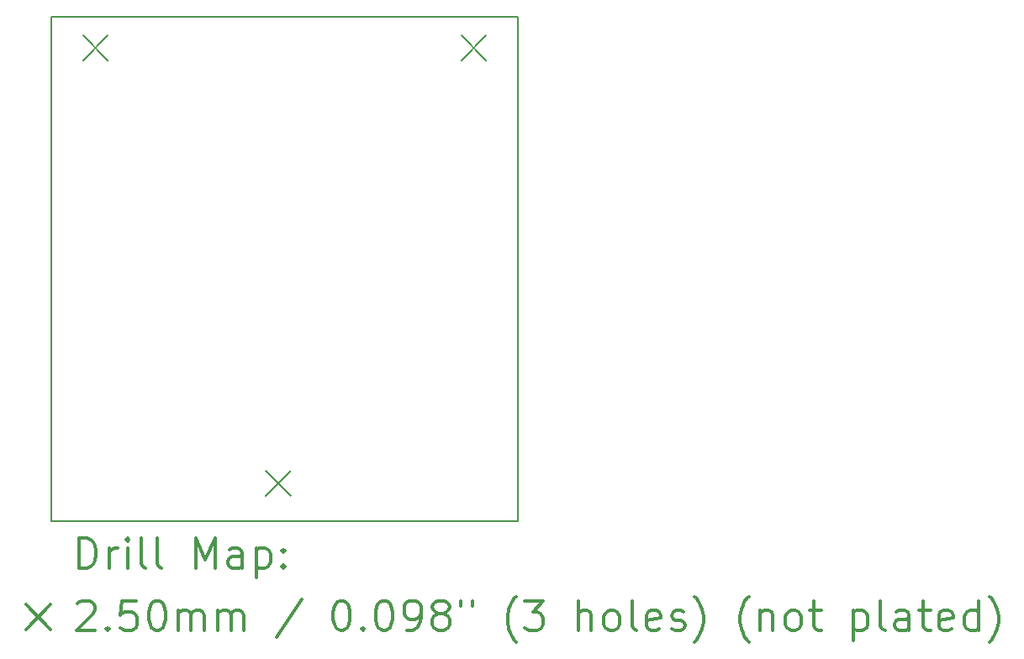
<source format=gbr>
%FSLAX45Y45*%
G04 Gerber Fmt 4.5, Leading zero omitted, Abs format (unit mm)*
G04 Created by KiCad (PCBNEW 5.1.9+dfsg1-1) date 2022-09-10 10:36:59*
%MOMM*%
%LPD*%
G01*
G04 APERTURE LIST*
%TA.AperFunction,Profile*%
%ADD10C,0.150000*%
%TD*%
%ADD11C,0.200000*%
%ADD12C,0.300000*%
G04 APERTURE END LIST*
D10*
X6985000Y-4572000D02*
X6985000Y-9652000D01*
X11684000Y-4572000D02*
X11684000Y-9652000D01*
X11684000Y-4572000D02*
X6985000Y-4572000D01*
X6985000Y-9652000D02*
X11684000Y-9652000D01*
D11*
X7304500Y-4764500D02*
X7554500Y-5014500D01*
X7554500Y-4764500D02*
X7304500Y-5014500D01*
X9146000Y-9146000D02*
X9396000Y-9396000D01*
X9396000Y-9146000D02*
X9146000Y-9396000D01*
X11114500Y-4764500D02*
X11364500Y-5014500D01*
X11364500Y-4764500D02*
X11114500Y-5014500D01*
D12*
X7263928Y-10125214D02*
X7263928Y-9825214D01*
X7335357Y-9825214D01*
X7378214Y-9839500D01*
X7406786Y-9868072D01*
X7421071Y-9896643D01*
X7435357Y-9953786D01*
X7435357Y-9996643D01*
X7421071Y-10053786D01*
X7406786Y-10082357D01*
X7378214Y-10110929D01*
X7335357Y-10125214D01*
X7263928Y-10125214D01*
X7563928Y-10125214D02*
X7563928Y-9925214D01*
X7563928Y-9982357D02*
X7578214Y-9953786D01*
X7592500Y-9939500D01*
X7621071Y-9925214D01*
X7649643Y-9925214D01*
X7749643Y-10125214D02*
X7749643Y-9925214D01*
X7749643Y-9825214D02*
X7735357Y-9839500D01*
X7749643Y-9853786D01*
X7763928Y-9839500D01*
X7749643Y-9825214D01*
X7749643Y-9853786D01*
X7935357Y-10125214D02*
X7906786Y-10110929D01*
X7892500Y-10082357D01*
X7892500Y-9825214D01*
X8092500Y-10125214D02*
X8063928Y-10110929D01*
X8049643Y-10082357D01*
X8049643Y-9825214D01*
X8435357Y-10125214D02*
X8435357Y-9825214D01*
X8535357Y-10039500D01*
X8635357Y-9825214D01*
X8635357Y-10125214D01*
X8906786Y-10125214D02*
X8906786Y-9968072D01*
X8892500Y-9939500D01*
X8863928Y-9925214D01*
X8806786Y-9925214D01*
X8778214Y-9939500D01*
X8906786Y-10110929D02*
X8878214Y-10125214D01*
X8806786Y-10125214D01*
X8778214Y-10110929D01*
X8763928Y-10082357D01*
X8763928Y-10053786D01*
X8778214Y-10025214D01*
X8806786Y-10010929D01*
X8878214Y-10010929D01*
X8906786Y-9996643D01*
X9049643Y-9925214D02*
X9049643Y-10225214D01*
X9049643Y-9939500D02*
X9078214Y-9925214D01*
X9135357Y-9925214D01*
X9163928Y-9939500D01*
X9178214Y-9953786D01*
X9192500Y-9982357D01*
X9192500Y-10068072D01*
X9178214Y-10096643D01*
X9163928Y-10110929D01*
X9135357Y-10125214D01*
X9078214Y-10125214D01*
X9049643Y-10110929D01*
X9321071Y-10096643D02*
X9335357Y-10110929D01*
X9321071Y-10125214D01*
X9306786Y-10110929D01*
X9321071Y-10096643D01*
X9321071Y-10125214D01*
X9321071Y-9939500D02*
X9335357Y-9953786D01*
X9321071Y-9968072D01*
X9306786Y-9953786D01*
X9321071Y-9939500D01*
X9321071Y-9968072D01*
X6727500Y-10494500D02*
X6977500Y-10744500D01*
X6977500Y-10494500D02*
X6727500Y-10744500D01*
X7249643Y-10483786D02*
X7263928Y-10469500D01*
X7292500Y-10455214D01*
X7363928Y-10455214D01*
X7392500Y-10469500D01*
X7406786Y-10483786D01*
X7421071Y-10512357D01*
X7421071Y-10540929D01*
X7406786Y-10583786D01*
X7235357Y-10755214D01*
X7421071Y-10755214D01*
X7549643Y-10726643D02*
X7563928Y-10740929D01*
X7549643Y-10755214D01*
X7535357Y-10740929D01*
X7549643Y-10726643D01*
X7549643Y-10755214D01*
X7835357Y-10455214D02*
X7692500Y-10455214D01*
X7678214Y-10598072D01*
X7692500Y-10583786D01*
X7721071Y-10569500D01*
X7792500Y-10569500D01*
X7821071Y-10583786D01*
X7835357Y-10598072D01*
X7849643Y-10626643D01*
X7849643Y-10698072D01*
X7835357Y-10726643D01*
X7821071Y-10740929D01*
X7792500Y-10755214D01*
X7721071Y-10755214D01*
X7692500Y-10740929D01*
X7678214Y-10726643D01*
X8035357Y-10455214D02*
X8063928Y-10455214D01*
X8092500Y-10469500D01*
X8106786Y-10483786D01*
X8121071Y-10512357D01*
X8135357Y-10569500D01*
X8135357Y-10640929D01*
X8121071Y-10698072D01*
X8106786Y-10726643D01*
X8092500Y-10740929D01*
X8063928Y-10755214D01*
X8035357Y-10755214D01*
X8006786Y-10740929D01*
X7992500Y-10726643D01*
X7978214Y-10698072D01*
X7963928Y-10640929D01*
X7963928Y-10569500D01*
X7978214Y-10512357D01*
X7992500Y-10483786D01*
X8006786Y-10469500D01*
X8035357Y-10455214D01*
X8263928Y-10755214D02*
X8263928Y-10555214D01*
X8263928Y-10583786D02*
X8278214Y-10569500D01*
X8306786Y-10555214D01*
X8349643Y-10555214D01*
X8378214Y-10569500D01*
X8392500Y-10598072D01*
X8392500Y-10755214D01*
X8392500Y-10598072D02*
X8406786Y-10569500D01*
X8435357Y-10555214D01*
X8478214Y-10555214D01*
X8506786Y-10569500D01*
X8521071Y-10598072D01*
X8521071Y-10755214D01*
X8663928Y-10755214D02*
X8663928Y-10555214D01*
X8663928Y-10583786D02*
X8678214Y-10569500D01*
X8706786Y-10555214D01*
X8749643Y-10555214D01*
X8778214Y-10569500D01*
X8792500Y-10598072D01*
X8792500Y-10755214D01*
X8792500Y-10598072D02*
X8806786Y-10569500D01*
X8835357Y-10555214D01*
X8878214Y-10555214D01*
X8906786Y-10569500D01*
X8921071Y-10598072D01*
X8921071Y-10755214D01*
X9506786Y-10440929D02*
X9249643Y-10826643D01*
X9892500Y-10455214D02*
X9921071Y-10455214D01*
X9949643Y-10469500D01*
X9963928Y-10483786D01*
X9978214Y-10512357D01*
X9992500Y-10569500D01*
X9992500Y-10640929D01*
X9978214Y-10698072D01*
X9963928Y-10726643D01*
X9949643Y-10740929D01*
X9921071Y-10755214D01*
X9892500Y-10755214D01*
X9863928Y-10740929D01*
X9849643Y-10726643D01*
X9835357Y-10698072D01*
X9821071Y-10640929D01*
X9821071Y-10569500D01*
X9835357Y-10512357D01*
X9849643Y-10483786D01*
X9863928Y-10469500D01*
X9892500Y-10455214D01*
X10121071Y-10726643D02*
X10135357Y-10740929D01*
X10121071Y-10755214D01*
X10106786Y-10740929D01*
X10121071Y-10726643D01*
X10121071Y-10755214D01*
X10321071Y-10455214D02*
X10349643Y-10455214D01*
X10378214Y-10469500D01*
X10392500Y-10483786D01*
X10406786Y-10512357D01*
X10421071Y-10569500D01*
X10421071Y-10640929D01*
X10406786Y-10698072D01*
X10392500Y-10726643D01*
X10378214Y-10740929D01*
X10349643Y-10755214D01*
X10321071Y-10755214D01*
X10292500Y-10740929D01*
X10278214Y-10726643D01*
X10263928Y-10698072D01*
X10249643Y-10640929D01*
X10249643Y-10569500D01*
X10263928Y-10512357D01*
X10278214Y-10483786D01*
X10292500Y-10469500D01*
X10321071Y-10455214D01*
X10563928Y-10755214D02*
X10621071Y-10755214D01*
X10649643Y-10740929D01*
X10663928Y-10726643D01*
X10692500Y-10683786D01*
X10706786Y-10626643D01*
X10706786Y-10512357D01*
X10692500Y-10483786D01*
X10678214Y-10469500D01*
X10649643Y-10455214D01*
X10592500Y-10455214D01*
X10563928Y-10469500D01*
X10549643Y-10483786D01*
X10535357Y-10512357D01*
X10535357Y-10583786D01*
X10549643Y-10612357D01*
X10563928Y-10626643D01*
X10592500Y-10640929D01*
X10649643Y-10640929D01*
X10678214Y-10626643D01*
X10692500Y-10612357D01*
X10706786Y-10583786D01*
X10878214Y-10583786D02*
X10849643Y-10569500D01*
X10835357Y-10555214D01*
X10821071Y-10526643D01*
X10821071Y-10512357D01*
X10835357Y-10483786D01*
X10849643Y-10469500D01*
X10878214Y-10455214D01*
X10935357Y-10455214D01*
X10963928Y-10469500D01*
X10978214Y-10483786D01*
X10992500Y-10512357D01*
X10992500Y-10526643D01*
X10978214Y-10555214D01*
X10963928Y-10569500D01*
X10935357Y-10583786D01*
X10878214Y-10583786D01*
X10849643Y-10598072D01*
X10835357Y-10612357D01*
X10821071Y-10640929D01*
X10821071Y-10698072D01*
X10835357Y-10726643D01*
X10849643Y-10740929D01*
X10878214Y-10755214D01*
X10935357Y-10755214D01*
X10963928Y-10740929D01*
X10978214Y-10726643D01*
X10992500Y-10698072D01*
X10992500Y-10640929D01*
X10978214Y-10612357D01*
X10963928Y-10598072D01*
X10935357Y-10583786D01*
X11106786Y-10455214D02*
X11106786Y-10512357D01*
X11221071Y-10455214D02*
X11221071Y-10512357D01*
X11663928Y-10869500D02*
X11649643Y-10855214D01*
X11621071Y-10812357D01*
X11606786Y-10783786D01*
X11592500Y-10740929D01*
X11578214Y-10669500D01*
X11578214Y-10612357D01*
X11592500Y-10540929D01*
X11606786Y-10498072D01*
X11621071Y-10469500D01*
X11649643Y-10426643D01*
X11663928Y-10412357D01*
X11749643Y-10455214D02*
X11935357Y-10455214D01*
X11835357Y-10569500D01*
X11878214Y-10569500D01*
X11906786Y-10583786D01*
X11921071Y-10598072D01*
X11935357Y-10626643D01*
X11935357Y-10698072D01*
X11921071Y-10726643D01*
X11906786Y-10740929D01*
X11878214Y-10755214D01*
X11792500Y-10755214D01*
X11763928Y-10740929D01*
X11749643Y-10726643D01*
X12292500Y-10755214D02*
X12292500Y-10455214D01*
X12421071Y-10755214D02*
X12421071Y-10598072D01*
X12406786Y-10569500D01*
X12378214Y-10555214D01*
X12335357Y-10555214D01*
X12306786Y-10569500D01*
X12292500Y-10583786D01*
X12606786Y-10755214D02*
X12578214Y-10740929D01*
X12563928Y-10726643D01*
X12549643Y-10698072D01*
X12549643Y-10612357D01*
X12563928Y-10583786D01*
X12578214Y-10569500D01*
X12606786Y-10555214D01*
X12649643Y-10555214D01*
X12678214Y-10569500D01*
X12692500Y-10583786D01*
X12706786Y-10612357D01*
X12706786Y-10698072D01*
X12692500Y-10726643D01*
X12678214Y-10740929D01*
X12649643Y-10755214D01*
X12606786Y-10755214D01*
X12878214Y-10755214D02*
X12849643Y-10740929D01*
X12835357Y-10712357D01*
X12835357Y-10455214D01*
X13106786Y-10740929D02*
X13078214Y-10755214D01*
X13021071Y-10755214D01*
X12992500Y-10740929D01*
X12978214Y-10712357D01*
X12978214Y-10598072D01*
X12992500Y-10569500D01*
X13021071Y-10555214D01*
X13078214Y-10555214D01*
X13106786Y-10569500D01*
X13121071Y-10598072D01*
X13121071Y-10626643D01*
X12978214Y-10655214D01*
X13235357Y-10740929D02*
X13263928Y-10755214D01*
X13321071Y-10755214D01*
X13349643Y-10740929D01*
X13363928Y-10712357D01*
X13363928Y-10698072D01*
X13349643Y-10669500D01*
X13321071Y-10655214D01*
X13278214Y-10655214D01*
X13249643Y-10640929D01*
X13235357Y-10612357D01*
X13235357Y-10598072D01*
X13249643Y-10569500D01*
X13278214Y-10555214D01*
X13321071Y-10555214D01*
X13349643Y-10569500D01*
X13463928Y-10869500D02*
X13478214Y-10855214D01*
X13506786Y-10812357D01*
X13521071Y-10783786D01*
X13535357Y-10740929D01*
X13549643Y-10669500D01*
X13549643Y-10612357D01*
X13535357Y-10540929D01*
X13521071Y-10498072D01*
X13506786Y-10469500D01*
X13478214Y-10426643D01*
X13463928Y-10412357D01*
X14006786Y-10869500D02*
X13992500Y-10855214D01*
X13963928Y-10812357D01*
X13949643Y-10783786D01*
X13935357Y-10740929D01*
X13921071Y-10669500D01*
X13921071Y-10612357D01*
X13935357Y-10540929D01*
X13949643Y-10498072D01*
X13963928Y-10469500D01*
X13992500Y-10426643D01*
X14006786Y-10412357D01*
X14121071Y-10555214D02*
X14121071Y-10755214D01*
X14121071Y-10583786D02*
X14135357Y-10569500D01*
X14163928Y-10555214D01*
X14206786Y-10555214D01*
X14235357Y-10569500D01*
X14249643Y-10598072D01*
X14249643Y-10755214D01*
X14435357Y-10755214D02*
X14406786Y-10740929D01*
X14392500Y-10726643D01*
X14378214Y-10698072D01*
X14378214Y-10612357D01*
X14392500Y-10583786D01*
X14406786Y-10569500D01*
X14435357Y-10555214D01*
X14478214Y-10555214D01*
X14506786Y-10569500D01*
X14521071Y-10583786D01*
X14535357Y-10612357D01*
X14535357Y-10698072D01*
X14521071Y-10726643D01*
X14506786Y-10740929D01*
X14478214Y-10755214D01*
X14435357Y-10755214D01*
X14621071Y-10555214D02*
X14735357Y-10555214D01*
X14663928Y-10455214D02*
X14663928Y-10712357D01*
X14678214Y-10740929D01*
X14706786Y-10755214D01*
X14735357Y-10755214D01*
X15063928Y-10555214D02*
X15063928Y-10855214D01*
X15063928Y-10569500D02*
X15092500Y-10555214D01*
X15149643Y-10555214D01*
X15178214Y-10569500D01*
X15192500Y-10583786D01*
X15206786Y-10612357D01*
X15206786Y-10698072D01*
X15192500Y-10726643D01*
X15178214Y-10740929D01*
X15149643Y-10755214D01*
X15092500Y-10755214D01*
X15063928Y-10740929D01*
X15378214Y-10755214D02*
X15349643Y-10740929D01*
X15335357Y-10712357D01*
X15335357Y-10455214D01*
X15621071Y-10755214D02*
X15621071Y-10598072D01*
X15606786Y-10569500D01*
X15578214Y-10555214D01*
X15521071Y-10555214D01*
X15492500Y-10569500D01*
X15621071Y-10740929D02*
X15592500Y-10755214D01*
X15521071Y-10755214D01*
X15492500Y-10740929D01*
X15478214Y-10712357D01*
X15478214Y-10683786D01*
X15492500Y-10655214D01*
X15521071Y-10640929D01*
X15592500Y-10640929D01*
X15621071Y-10626643D01*
X15721071Y-10555214D02*
X15835357Y-10555214D01*
X15763928Y-10455214D02*
X15763928Y-10712357D01*
X15778214Y-10740929D01*
X15806786Y-10755214D01*
X15835357Y-10755214D01*
X16049643Y-10740929D02*
X16021071Y-10755214D01*
X15963928Y-10755214D01*
X15935357Y-10740929D01*
X15921071Y-10712357D01*
X15921071Y-10598072D01*
X15935357Y-10569500D01*
X15963928Y-10555214D01*
X16021071Y-10555214D01*
X16049643Y-10569500D01*
X16063928Y-10598072D01*
X16063928Y-10626643D01*
X15921071Y-10655214D01*
X16321071Y-10755214D02*
X16321071Y-10455214D01*
X16321071Y-10740929D02*
X16292500Y-10755214D01*
X16235357Y-10755214D01*
X16206786Y-10740929D01*
X16192500Y-10726643D01*
X16178214Y-10698072D01*
X16178214Y-10612357D01*
X16192500Y-10583786D01*
X16206786Y-10569500D01*
X16235357Y-10555214D01*
X16292500Y-10555214D01*
X16321071Y-10569500D01*
X16435357Y-10869500D02*
X16449643Y-10855214D01*
X16478214Y-10812357D01*
X16492500Y-10783786D01*
X16506786Y-10740929D01*
X16521071Y-10669500D01*
X16521071Y-10612357D01*
X16506786Y-10540929D01*
X16492500Y-10498072D01*
X16478214Y-10469500D01*
X16449643Y-10426643D01*
X16435357Y-10412357D01*
M02*

</source>
